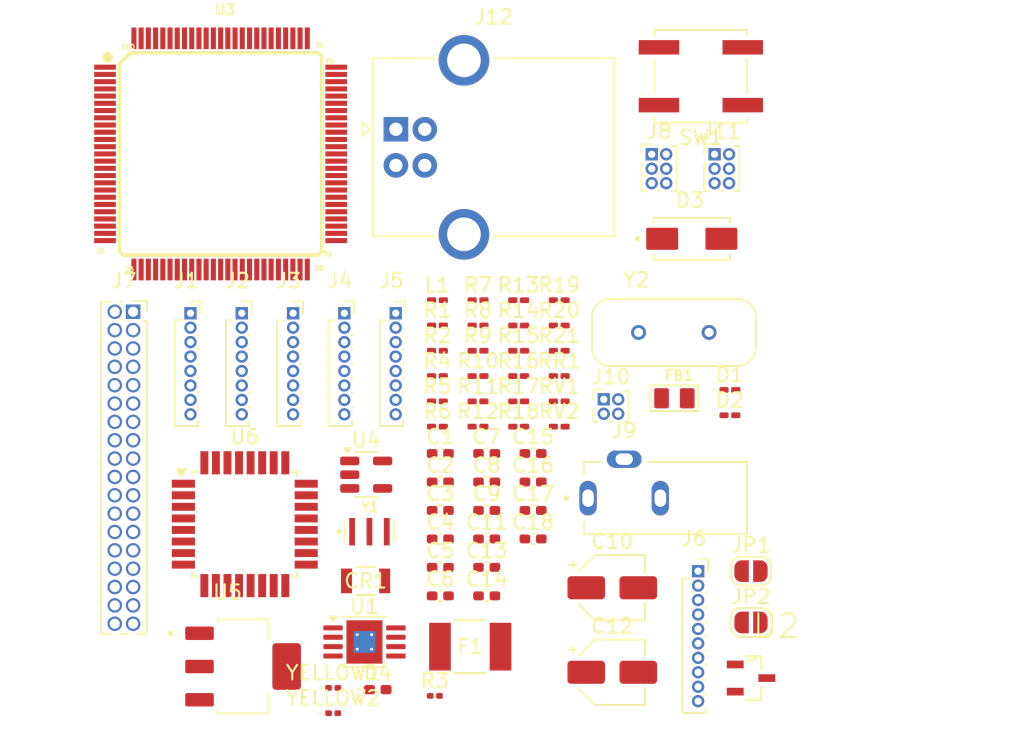
<source format=kicad_pcb>
(kicad_pcb (version 20240108) (generator "pcbnew") (generator_version "8.0")
  (layers (0 "F.Cu" signal) (31 "B.Cu" signal) (34 "B.Paste" user) (35 "F.Paste" user) (36 "B.SilkS" user "B.Silkscreen") (37 "F.SilkS" user "F.Silkscreen") (38 "B.Mask" user) (39 "F.Mask" user) (44 "Edge.Cuts" user))
  (net 0 "")
  (net 1 "/AVCC")
  (net 2 "/AREF")
  (net 3 "/ADC15")
  (net 4 "/ADC10")
  (net 5 "/ADC13")
  (net 6 "/ADC8")
  (net 7 "/ADC14")
  (net 8 "/ADC11")
  (net 9 "/ADC12")
  (net 10 "/ADC9")
  (net 11 "/RXD1")
  (net 12 "/TXD3")
  (net 13 "/TXD1")
  (net 14 "/RXD2")
  (net 15 "/RXD3")
  (net 16 "/TXD2")
  (net 17 "/PE4")
  (net 18 "/PH4")
  (net 19 "/PE3")
  (net 20 "/PH3")
  (net 21 "/ADC5")
  (net 22 "/ADC6")
  (net 23 "/ADC4")
  (net 24 "/ADC1")
  (net 25 "/ADC2")
  (net 26 "/ADC7")
  (net 27 "/ADC3")
  (net 28 "/ADC0")
  (net 29 "/PH5")
  (net 30 "/PH6")
  (net 31 "/PB5")
  (net 32 "/PB4")
  (net 33 "/PB7")
  (net 34 "/PB6")
  (net 35 "/XTAL1")
  (net 36 "/XTAL2")
  (net 37 "/PA3")
  (net 38 "/PC2")
  (net 39 "/PL2")
  (net 40 "/PL3")
  (net 41 "/PC1")
  (net 42 "/PB3")
  (net 43 "/PL5")
  (net 44 "/PL4")
  (net 45 "/PG1")
  (net 46 "/PA0")
  (net 47 "/PL6")
  (net 48 "/PL1")
  (net 49 "/PB2")
  (net 50 "/PB0")
  (net 51 "/PC0")
  (net 52 "/PC6")
  (net 53 "/PD7")
  (net 54 "/PG0")
  (net 55 "/PA4")
  (net 56 "/PA7")
  (net 57 "/PB1")
  (net 58 "/PA2")
  (net 59 "/PA5")
  (net 60 "/PC5")
  (net 61 "/PC4")
  (net 62 "/PL7")
  (net 63 "/PC7")
  (net 64 "/PC3")
  (net 65 "/PA6")
  (net 66 "/PL0")
  (net 67 "/PG2")
  (net 68 "/PA1")
  (net 69 "+5V")
  (net 70 "Net-(U3-VCC)")
  (net 71 "+3V3")
  (net 73 "/GATE_CMD")
  (net 74 "/USBVCC")
  (net 92 "Net-(U5-VIN)")
  (net 93 "Net-(D3-PadC)")
  (net 94 "Net-(U6-UCAP)")
  (net 95 "/MISO2")
  (net 96 "/XVCC")
  (net 97 "/USHIELD")
  (net 98 "/8PB6")
  (net 99 "/8PB5")
  (net 100 "/8PB7")
  (net 101 "/8PB4")
  (net 102 "/MOSI2")
  (net 103 "/SCK2")
  (net 104 "/D-")
  (net 105 "/D+")
  (net 106 "/RD-")
  (net 107 "/RD+")
  (net 115 "/TXL")
  (net 117 "/RXL")
  (footprint "Connector_PinSocket_1.00mm:PinSocket_1x08_P1.00mm_Vertical" (layer "F.Cu") (at 122.3364 67.3702)
    (property "Reference" "J4" (at -0.29 -2.25 0) (layer "F.SilkS"))
    (property "Value" "Conn_01x08")
    (pad "1" thru_hole rect (at 0 0) (size 0.85 0.85) (drill 0.5) (layers "*.Cu" "*.Mask") (net 69 "+5V"))
    (pad "2" thru_hole oval (at 0 1) (size 0.85 0.85) (drill 0.5) (layers "*.Cu" "*.Mask") (net 69 "+5V"))
    (pad "3" thru_hole oval (at 0 2) (size 0.85 0.85) (drill 0.5) (layers "*.Cu" "*.Mask") (net 17 "/PE4"))
    (pad "4" thru_hole oval (at 0 3) (size 0.85 0.85) (drill 0.5) (layers "*.Cu" "*.Mask") (net 17 "/PE4"))
    (pad "5" thru_hole oval (at 0 4) (size 0.85 0.85) (drill 0.5) (layers "*.Cu" "*.Mask") (net 17 "/PE4"))
    (pad "6" thru_hole oval (at 0 5) (size 0.85 0.85) (drill 0.5) (layers "*.Cu" "*.Mask") (net 19 "/PE3"))
    (pad "7" thru_hole oval (at 0 6) (size 0.85 0.85) (drill 0.5) (layers "*.Cu" "*.Mask") (net 20 "/PH3"))
    (pad "8" thru_hole oval (at 0 7) (size 0.85 0.85) (drill 0.5) (layers "*.Cu" "*.Mask") (net 18 "/PH4"))
  )
  (footprint "Resistor_SMD:R_0201_0603Metric_Pad0.64x0.40mm_HandSolder" (layer "F.Cu") (at 137.2064 75.2202)
    (property "Reference" "RV2" (at 0 -1.05 0) (layer "F.SilkS"))
    (property "Value" "Varistor")
    (pad "1" smd roundrect (at -0.4075 0) (size 0.635 0.4) (layers "F.Cu" "F.Mask") (net 104 "/D-"))
    (pad "2" smd roundrect (at 0.4075 0) (size 0.635 0.4) (layers "F.Cu" "F.Mask") (net 97 "/USHIELD"))
  )
  (footprint "PMV48XP:SOT95P230X110-3N" (layer "F.Cu") (at 150.4778 92.62)
    (property "Reference" "U2" (at 1.755395 -3.587085 0) (layer "F.SilkS") (effects (font (size 1.642606 1.642606))))
    (property "Value" "PMV48XP")
    (pad "1" smd rect (at -1.0922 -0.9398) (size 1.1684 0.5334) (layers "F.Cu" "F.Paste" "F.Mask") (net 73 "/GATE_CMD"))
    (pad "2" smd rect (at -1.0922 0.9398) (size 1.1684 0.5334) (layers "F.Cu" "F.Paste" "F.Mask") (net 69 "+5V"))
    (pad "3" smd rect (at 1.0922 0) (size 1.1684 0.5334) (layers "F.Cu" "F.Paste" "F.Mask") (net 74 "/USBVCC"))
  )
  (footprint "Resistor_SMD:R_0201_0603Metric_Pad0.64x0.40mm_HandSolder" (layer "F.Cu") (at 134.3964 73.4702)
    (property "Reference" "R17" (at 0 -1.05 0) (layer "F.SilkS"))
    (property "Value" "1K")
    (pad "1" smd roundrect (at -0.4075 0) (size 0.635 0.4) (layers "F.Cu" "F.Mask") (net 69 "+5V"))
    (pad "2" smd roundrect (at 0.4075 0) (size 0.635 0.4) (layers "F.Cu" "F.Mask") (net 69 "+5V"))
  )
  (footprint "LD1117S50CTR:SOT230P700X180-4N" (layer "F.Cu") (at 115.3264 91.8202)
    (property "Reference" "U5" (at -1.08 -5.135 0) (layer "F.SilkS"))
    (property "Value" "LD1117S50CTR")
    (pad "1" smd roundrect (at -3.015 -2.3) (size 1.98 0.93) (layers "F.Cu" "F.Paste" "F.Mask") (roundrect_rratio 0.125) (net 69 "+5V"))
    (pad "2" smd roundrect (at -3.015 0) (size 1.98 0.93) (layers "F.Cu" "F.Paste" "F.Mask") (roundrect_rratio 0.125) (net 69 "+5V"))
    (pad "3" smd roundrect (at -3.015 2.3) (size 1.98 0.93) (layers "F.Cu" "F.Paste" "F.Mask") (roundrect_rratio 0.125) (net 92 "Net-(U5-VIN)"))
    (pad "4" smd roundrect (at 3.015 0) (size 1.98 3.23) (layers "F.Cu" "F.Paste" "F.Mask") (roundrect_rratio 0.125) (net 69 "+5V"))
  )
  (footprint "Capacitor_SMD:C_0402_1005Metric_Pad0.74x0.62mm_HandSolder" (layer "F.Cu") (at 132.1864 81.0202)
    (property "Reference" "C9" (at 0 -1.16 0) (layer "F.SilkS"))
    (property "Value" "22pF")
    (pad "1" smd roundrect (at -0.5675 0) (size 0.735 0.62) (layers "F.Cu" "F.Paste" "F.Mask") (net 69 "+5V"))
    (pad "2" smd roundrect (at 0.5675 0) (size 0.735 0.62) (layers "F.Cu" "F.Paste" "F.Mask") (net 69 "+5V"))
  )
  (footprint "LED_SMD:LED_0201_0603Metric" (layer "F.Cu") (at 121.5614 93.3002)
    (property "Reference" "YELLOW1" (at 0 -1.05 0) (layer "F.SilkS"))
    (property "Value" "LED")
    (pad "1" smd roundrect (at -0.32 0) (size 0.46 0.4) (layers "F.Cu" "F.Mask") (net 115 "/TXL"))
    (pad "2" smd roundrect (at 0.32 0) (size 0.46 0.4) (layers "F.Cu" "F.Mask") (net 69 "+5V"))
  )
  (footprint "Package_QFP:TQFP-32_7x7mm_P0.8mm" (layer "F.Cu") (at 115.4464 81.9702)
    (property "Reference" "U6" (at 0 -6.05 0) (layer "F.SilkS"))
    (property "Value" "ATmega16U2-A")
    (pad "1" smd rect (at -4.25 -2.8) (size 1.6 0.55) (layers "F.Cu" "F.Paste" "F.Mask") (net 69 "+5V"))
    (pad "2" smd rect (at -4.25 -2) (size 1.6 0.55) (layers "F.Cu" "F.Paste" "F.Mask") (net 69 "+5V"))
    (pad "3" smd rect (at -4.25 -1.2) (size 1.6 0.55) (layers "F.Cu" "F.Paste" "F.Mask") (net 69 "+5V"))
    (pad "4" smd rect (at -4.25 -0.4) (size 1.6 0.55) (layers "F.Cu" "F.Paste" "F.Mask") (net 69 "+5V"))
    (pad "5" smd rect (at -4.25 0.4) (size 1.6 0.55) (layers "F.Cu" "F.Paste" "F.Mask"))
    (pad "6" smd rect (at -4.25 1.2) (size 1.6 0.55) (layers "F.Cu" "F.Paste" "F.Mask"))
    (pad "7" smd rect (at -4.25 2) (size 1.6 0.55) (layers "F.Cu" "F.Paste" "F.Mask"))
    (pad "8" smd rect (at -4.25 2.8) (size 1.6 0.55) (layers "F.Cu" "F.Paste" "F.Mask") (net 69 "+5V"))
    (pad "9" smd rect (at -2.8 4.25 90) (size 1.6 0.55) (layers "F.Cu" "F.Paste" "F.Mask") (net 69 "+5V"))
    (pad "10" smd rect (at -2 4.25 90) (size 1.6 0.55) (layers "F.Cu" "F.Paste" "F.Mask") (net 117 "/RXL"))
    (pad "11" smd rect (at -1.2 4.25 90) (size 1.6 0.55) (layers "F.Cu" "F.Paste" "F.Mask") (net 115 "/TXL"))
    (pad "12" smd rect (at -0.4 4.25 90) (size 1.6 0.55) (layers "F.Cu" "F.Paste" "F.Mask"))
    (pad "13" smd rect (at 0.4 4.25 90) (size 1.6 0.55) (layers "F.Cu" "F.Paste" "F.Mask") (net 69 "+5V"))
    (pad "14" smd rect (at 1.2 4.25 90) (size 1.6 0.55) (layers "F.Cu" "F.Paste" "F.Mask"))
    (pad "15" smd rect (at 2 4.25 90) (size 1.6 0.55) (layers "F.Cu" "F.Paste" "F.Mask") (net 103 "/SCK2"))
    (pad "16" smd rect (at 2.8 4.25 90) (size 1.6 0.55) (layers "F.Cu" "F.Paste" "F.Mask") (net 102 "/MOSI2"))
    (pad "17" smd rect (at 4.25 2.8) (size 1.6 0.55) (layers "F.Cu" "F.Paste" "F.Mask") (net 95 "/MISO2"))
    (pad "18" smd rect (at 4.25 2) (size 1.6 0.55) (layers "F.Cu" "F.Paste" "F.Mask") (net 101 "/8PB4"))
    (pad "19" smd rect (at 4.25 1.2) (size 1.6 0.55) (layers "F.Cu" "F.Paste" "F.Mask") (net 99 "/8PB5"))
    (pad "20" smd rect (at 4.25 0.4) (size 1.6 0.55) (layers "F.Cu" "F.Paste" "F.Mask") (net 98 "/8PB6"))
    (pad "21" smd rect (at 4.25 -0.4) (size 1.6 0.55) (layers "F.Cu" "F.Paste" "F.Mask") (net 100 "/8PB7"))
    (pad "22" smd rect (at 4.25 -1.2) (size 1.6 0.55) (layers "F.Cu" "F.Paste" "F.Mask"))
    (pad "23" smd rect (at 4.25 -2) (size 1.6 0.55) (layers "F.Cu" "F.Paste" "F.Mask"))
    (pad "24" smd rect (at 4.25 -2.8) (size 1.6 0.55) (layers "F.Cu" "F.Paste" "F.Mask") (net 95 "/MISO2"))
    (pad "25" smd rect (at 2.8 -4.25 90) (size 1.6 0.55) (layers "F.Cu" "F.Paste" "F.Mask"))
    (pad "26" smd rect (at 2 -4.25 90) (size 1.6 0.55) (layers "F.Cu" "F.Paste" "F.Mask"))
    (pad "27" smd rect (at 1.2 -4.25 90) (size 1.6 0.55) (layers "F.Cu" "F.Paste" "F.Mask") (net 94 "Net-(U6-UCAP)"))
    (pad "28" smd rect (at 0.4 -4.25 90) (size 1.6 0.55) (layers "F.Cu" "F.Paste" "F.Mask") (net 69 "+5V"))
    (pad "29" smd rect (at -0.4 -4.25 90) (size 1.6 0.55) (layers "F.Cu" "F.Paste" "F.Mask") (net 107 "/RD+"))
    (pad "30" smd rect (at -1.2 -4.25 90) (size 1.6 0.55) (layers "F.Cu" "F.Paste" "F.Mask") (net 106 "/RD-"))
    (pad "31" smd rect (at -2 -4.25 90) (size 1.6 0.55) (layers "F.Cu" "F.Paste" "F.Mask") (net 74 "/USBVCC"))
    (pad "32" smd rect (at -2.8 -4.25 90) (size 1.6 0.55) (layers "F.Cu" "F.Paste" "F.Mask") (net 69 "+5V"))
  )
  (footprint "Capacitor_SMD:C_0402_1005Metric_Pad0.74x0.62mm_HandSolder" (layer "F.Cu") (at 128.9764 79.0502)
    (property "Reference" "C2" (at 0 -1.16 0) (layer "F.SilkS"))
    (property "Value" "100nF")
    (pad "1" smd roundrect (at -0.5675 0) (size 0.735 0.62) (layers "F.Cu" "F.Paste" "F.Mask") (net 69 "+5V"))
    (pad "2" smd roundrect (at 0.5675 0) (size 0.735 0.62) (layers "F.Cu" "F.Paste" "F.Mask") (net 69 "+5V"))
  )
  (footprint "CSTCE16M9V53_R0:OSC_CSTCE16M9V53-R0" (layer "F.Cu") (at 124.0714 82.4902)
    (property "Reference" "Y1" (at 0.032 -1.7064 0) (layer "F.SilkS") (effects (font (size 0.64 0.64))))
    (property "Value" "CSTCE16M9V53-R0")
    (pad "1" smd rect (at -1.2 0) (size 0.4 1.9) (layers "F.Cu" "F.Paste" "F.Mask") (net 36 "/XTAL2"))
    (pad "2" smd rect (at 0 0) (size 0.4 1.9) (layers "F.Cu" "F.Paste" "F.Mask") (net 69 "+5V"))
    (pad "3" smd rect (at 1.2 0) (size 0.4 1.9) (layers "F.Cu" "F.Paste" "F.Mask") (net 35 "/XTAL1"))
  )
  (footprint "Resistor_SMD:R_0201_0603Metric_Pad0.64x0.40mm_HandSolder" (layer "F.Cu") (at 137.2064 73.4702)
    (property "Reference" "RV1" (at 0 -1.05 0) (layer "F.SilkS"))
    (property "Value" "Varistor")
    (pad "1" smd roundrect (at -0.4075 0) (size 0.635 0.4) (layers "F.Cu" "F.Mask") (net 105 "/D+"))
    (pad "2" smd roundrect (at 0.4075 0) (size 0.635 0.4) (layers "F.Cu" "F.Mask") (net 97 "/USHIELD"))
  )
  (footprint "Connector_PinSocket_1.00mm:PinSocket_1x08_P1.00mm_Vertical" (layer "F.Cu") (at 118.7864 67.3702)
    (property "Reference" "J3" (at -0.29 -2.25 0) (layer "F.SilkS"))
    (property "Value" "Conn_01x08")
    (pad "1" thru_hole rect (at 0 0) (size 0.85 0.85) (drill 0.5) (layers "*.Cu" "*.Mask") (net 69 "+5V"))
    (pad "2" thru_hole oval (at 0 1) (size 0.85 0.85) (drill 0.5) (layers "*.Cu" "*.Mask") (net 69 "+5V"))
    (pad "3" thru_hole oval (at 0 2) (size 0.85 0.85) (drill 0.5) (layers "*.Cu" "*.Mask") (net 11 "/RXD1"))
    (pad "4" thru_hole oval (at 0 3) (size 0.85 0.85) (drill 0.5) (layers "*.Cu" "*.Mask") (net 13 "/TXD1"))
    (pad "5" thru_hole oval (at 0 4) (size 0.85 0.85) (drill 0.5) (layers "*.Cu" "*.Mask") (net 14 "/RXD2"))
    (pad "6" thru_hole oval (at 0 5) (size 0.85 0.85) (drill 0.5) (layers "*.Cu" "*.Mask") (net 16 "/TXD2"))
    (pad "7" thru_hole oval (at 0 6) (size 0.85 0.85) (drill 0.5) (layers "*.Cu" "*.Mask") (net 15 "/RXD3"))
    (pad "8" thru_hole oval (at 0 7) (size 0.85 0.85) (drill 0.5) (layers "*.Cu" "*.Mask") (net 12 "/TXD3"))
  )
  (footprint "Package_SO:MSOP-8-1EP_3x3mm_P0.65mm_EP2.5x3mm_Mask1.73x2.36mm_ThermalVias" (layer "F.Cu") (at 123.7264 90.1202)
    (property "Reference" "U1" (at 0 -2.45 0) (layer "F.SilkS"))
    (property "Value" "LMV358")
    (pad "1" smd roundrect (at -2.175 -0.975) (size 1.35 0.35) (layers "F.Cu" "F.Paste" "F.Mask") (net 69 "+5V"))
    (pad "2" smd roundrect (at -2.175 -0.325) (size 1.35 0.35) (layers "F.Cu" "F.Paste" "F.Mask") (net 69 "+5V"))
    (pad "3" smd roundrect (at -2.175 0.325) (size 1.35 0.35) (layers "F.Cu" "F.Paste" "F.Mask") (net 33 "/PB7"))
    (pad "4" smd roundrect (at -2.175 0.975) (size 1.35 0.35) (layers "F.Cu" "F.Paste" "F.Mask"))
    (pad "5" smd roundrect (at 2.175 0.975) (size 1.35 0.35) (layers "F.Cu" "F.Paste" "F.Mask") (net 69 "+5V"))
    (pad "6" smd roundrect (at 2.175 0.325) (size 1.35 0.35) (layers "F.Cu" "F.Paste" "F.Mask") (net 71 "+3V3"))
    (pad "7" smd roundrect (at 2.175 -0.325) (size 1.35 0.35) (layers "F.Cu" "F.Paste" "F.Mask") (net 73 "/GATE_CMD"))
    (pad "8" smd roundrect (at 2.175 -0.975) (size 1.35 0.35) (layers "F.Cu" "F.Paste" "F.Mask"))
    (pad "9" thru_hole circle (at -0.5 -0.5) (size 0.5 0.5) (drill 0.2) (property pad_prop_heatsink) (layers "*.Cu"))
    (pad "9" thru_hole circle (at -0.5 0.5) (size 0.5 0.5) (drill 0.2) (property pad_prop_heatsink) (layers "*.Cu"))
    (pad "9" smd rect (at 0 0) (size 1.5 1.5) (property pad_prop_heatsink) (layers "B.Cu"))
    (pad "9" smd rect (at 0 0) (size 2.5 3) (property pad_prop_heatsink) (layers "F.Cu"))
    (pad "9" thru_hole circle (at 0.5 -0.5) (size 0.5 0.5) (drill 0.2) (property pad_prop_heatsink) (layers "*.Cu"))
    (pad "9" thru_hole circle (at 0.5 0.5) (size 0.5 0.5) (drill 0.2) (property pad_prop_heatsink) (layers "*.Cu"))
  )
  (footprint "Capacitor_SMD:C_0402_1005Metric_Pad0.74x0.62mm_HandSolder" (layer "F.Cu") (at 135.3964 79.0502)
    (property "Reference" "C16" (at 0 -1.16 0) (layer "F.SilkS"))
    (property "Value" "100nF")
    (pad "1" smd roundrect (at -0.5675 0) (size 0.735 0.62) (layers "F.Cu" "F.Paste" "F.Mask") (net 74 "/USBVCC"))
    (pad "2" smd roundrect (at 0.5675 0) (size 0.735 0.62) (layers "F.Cu" "F.Paste" "F.Mask") (net 69 "+5V"))
  )
  (footprint "Connector_PinSocket_1.00mm:PinSocket_1x08_P1.00mm_Vertical" (layer "F.Cu") (at 125.8864 67.3702)
    (property "Reference" "J5" (at -0.29 -2.25 0) (layer "F.SilkS"))
    (property "Value" "Conn_01x08")
    (pad "1" thru_hole rect (at 0 0) (size 0.85 0.85) (drill 0.5) (layers "*.Cu" "*.Mask") (net 28 "/ADC0"))
    (pad "2" thru_hole oval (at 0 1) (size 0.85 0.85) (drill 0.5) (layers "*.Cu" "*.Mask") (net 24 "/ADC1"))
    (pad "3" thru_hole oval (at 0 2) (size 0.85 0.85) (drill 0.5) (layers "*.Cu" "*.Mask") (net 25 "/ADC2"))
    (pad "4" thru_hole oval (at 0 3) (size 0.85 0.85) (drill 0.5) (layers "*.Cu" "*.Mask") (net 27 "/ADC3"))
    (pad "5" thru_hole oval (at 0 4) (size 0.85 0.85) (drill 0.5) (layers "*.Cu" "*.Mask") (net 23 "/ADC4"))
    (pad "6" thru_hole oval (at 0 5) (size 0.85 0.85) (drill 0.5) (layers "*.Cu" "*.Mask") (net 21 "/ADC5"))
    (pad "7" thru_hole oval (at 0 6) (size 0.85 0.85) (drill 0.5) (layers "*.Cu" "*.Mask") (net 22 "/ADC6"))
    (pad "8" thru_hole oval (at 0 7) (size 0.85 0.85) (drill 0.5) (layers "*.Cu" "*.Mask") (net 26 "/ADC7"))
  )
  (footprint "Resistor_SMD:R_0201_0603Metric_Pad0.64x0.40mm_HandSolder" (layer "F.Cu") (at 128.7764 71.7202)
    (property "Reference" "R4" (at 0 -1.05 0) (layer "F.SilkS"))
    (property "Value" "22R")
    (pad "1" smd roundrect (at -0.4075 0) (size 0.635 0.4) (layers "F.Cu" "F.Mask") (net 69 "+5V"))
    (pad "2" smd roundrect (at 0.4075 0) (size 0.635 0.4) (layers "F.Cu" "F.Mask") (net 69 "+5V"))
  )
  (footprint "Resistor_SMD:R_0201_0603Metric_Pad0.64x0.40mm_HandSolder" (layer "F.Cu") (at 137.2064 66.4702)
    (property "Reference" "R19" (at 0 -1.05 0) (layer "F.SilkS"))
    (property "Value" "1K")
    (pad "1" smd roundrect (at -0.4075 0) (size 0.635 0.4) (layers "F.Cu" "F.Mask") (net 69 "+5V"))
    (pad "2" smd roundrect (at 0.4075 0) (size 0.635 0.4) (layers "F.Cu" "F.Mask") (net 69 "+5V"))
  )
  (footprint "Resistor_SMD:R_0201_0603Metric_Pad0.64x0.40mm_HandSolder" (layer "F.Cu") (at 134.3964 69.9702)
    (property "Reference" "R15" (at 0 -1.05 0) (layer "F.SilkS"))
    (property "Value" "1K")
    (pad "1" smd roundrect (at -0.4075 0) (size 0.635 0.4) (layers "F.Cu" "F.Mask") (net 69 "+5V"))
    (pad "2" smd roundrect (at 0.4075 0) (size 0.635 0.4) (layers "F.Cu" "F.Mask") (net 69 "+5V"))
  )
  (footprint "Connector_USB:USB_B_OST_USB-B1HSxx_Horizontal" (layer "F.Cu") (at 125.9014 54.6402)
    (property "Reference" "J12" (at 6.76 -7.77 0) (layer "F.SilkS"))
    (property "Value" "USB_B")
    (pad "1" thru_hole rect (at 0 0) (size 1.7 1.7) (drill 0.92) (layers "*.Cu" "*.Mask") (net 96 "/XVCC"))
    (pad "2" thru_hole circle (at 0 2.5) (size 1.7 1.7) (drill 0.92) (layers "*.Cu" "*.Mask") (net 104 "/D-"))
    (pad "3" thru_hole circle (at 2 2.5) (size 1.7 1.7) (drill 0.92) (layers "*.Cu" "*.Mask") (net 105 "/D+"))
    (pad "4" thru_hole circle (at 2 0) (size 1.7 1.7) (drill 0.92) (layers "*.Cu" "*.Mask") (net 69 "+5V"))
    (pad "5" thru_hole circle (at 4.71 -4.77) (size 3.5 3.5) (drill 2.33) (layers "*.Cu" "*.Mask") (net 97 "/USHIELD"))
    (pad "5" thru_hole circle (at 4.71 7.27) (size 3.5 3.5) (drill 2.33) (layers "*.Cu" "*.Mask") (net 97 "/USHIELD"))
  )
  (footprint "LED_SMD:LED_0201_0603Metric_Pad0.64x0.40mm_HandSolder" (layer "F.Cu") (at 149.0164 74.4302)
    (property "Reference" "D2" (at 0 -1.05 0) (layer "F.SilkS"))
    (property "Value" "LED")
    (pad "1" smd roundrect (at -0.4075 0) (size 0.635 0.4) (layers "F.Cu" "F.Mask") (net 69 "+5V"))
    (pad "2" smd roundrect (at 0.4075 0) (size 0.635 0.4) (layers "F.Cu" "F.Mask") (net 69 "+5V"))
  )
  (footprint "Connector_PinSocket_1.00mm:PinSocket_1x08_P1.00mm_Vertical" (layer "F.Cu") (at 111.6864 67.3702)
    (property "Reference" "J1" (at -0.29 -2.25 0) (layer "F.SilkS"))
    (property "Value" "Conn_01x08")
    (pad "1" thru_hole rect (at 0 0) (size 0.85 0.85) (drill 0.5) (layers "*.Cu" "*.Mask"))
    (pad "2" thru_hole oval (at 0 1) (size 0.85 0.85) (drill 0.5) (layers "*.Cu" "*.Mask") (net 69 "+5V"))
    (pad "3" thru_hole oval (at 0 2) (size 0.85 0.85) (drill 0.5) (layers "*.Cu" "*.Mask") (net 69 "+5V"))
    (pad "4" thru_hole oval (at 0 3) (size 0.85 0.85) (drill 0.5) (layers "*.Cu" "*.Mask") (net 71 "+3V3"))
    (pad "5" thru_hole oval (at 0 4) (size 0.85 0.85) (drill 0.5) (layers "*.Cu" "*.Mask") (net 69 "+5V"))
    (pad "6" thru_hole oval (at 0 5) (size 0.85 0.85) (drill 0.5) (layers "*.Cu" "*.Mask") (net 69 "+5V"))
    (pad "7" thru_hole oval (at 0 6) (size 0.85 0.85) (drill 0.5) (layers "*.Cu" "*.Mask") (net 69 "+5V"))
    (pad "8" thru_hole oval (at 0 7) (size 0.85 0.85) (drill 0.5) (layers "*.Cu" "*.Mask") (net 69 "+5V"))
  )
  (footprint "Resistor_SMD:R_0201_0603Metric_Pad0.64x0.40mm_HandSolder" (layer "F.Cu") (at 131.5864 75.2202)
    (property "Reference" "R12" (at 0 -1.05 0) (layer "F.SilkS"))
    (property "Value" "10K")
    (pad "1" smd roundrect (at -0.4075 0) (size 0.635 0.4) (layers "F.Cu" "F.Mask") (net 69 "+5V"))
    (pad "2" smd roundrect (at 0.4075 0) (size 0.635 0.4) (layers "F.Cu" "F.Mask") (net 69 "+5V"))
  )
  (footprint "SMD-FERRITE-BEAD-30R-3A_0805_:L0805" (layer "F.Cu") (at 145.1759 73.2577)
    (property "Reference" "FB1" (at 0.317765 -1.588793 0) (layer "F.SilkS") (effects (font (size 0.700572 0.700572))))
    (property "Value" "SMD-FERRITE-BEAD-30R-3A_0805_")
    (property "VALUE" "30R 3A" (hide yes))
    (pad "1" smd roundrect (at -0.889 0) (size 1.016 1.397) (layers "F.Cu" "F.Paste" "F.Mask") (roundrect_rratio 0.125) (net 69 "+5V"))
    (pad "2" smd roundrect (at 0.889 0) (size 1.016 1.397) (layers "F.Cu" "F.Paste" "F.Mask") (roundrect_rratio 0.125) (net 97 "/USHIELD"))
  )
  (footprint "MCU-ATMEGA2560-16AU_TQFP100:TQFP100-0.5-14X14MM" (layer "F.Cu") (at 113.7714 56.3452)
    (property "Reference" "U3" (at 0.317755 -9.977695 0) (layer "F.SilkS") (effects (font (size 0.700575 0.700575))))
    (property "Value" "MCU-ATMEGA2560-16AU_TQFP100_")
    (fp_text user "76" (at 6.80988 -7.51089 0) (layer "F.SilkS") (effects (font (size 0.320465 0.320465))))
    (fp_text user "25" (at -8.30816 6.70659 0) (layer "F.SilkS") (effects (font (size 0.320315 0.320315))))
    (fp_text user "51" (at 7.41384 6.91291 0) (layer "F.SilkS") (effects (font (size 0.320598 0.320598))))
    (fp_text user "75" (at 7.50371 -6.40317 0) (layer "F.SilkS") (effects (font (size 0.320158 0.320158))))
    (fp_text user "100" (at -6.40438 -7.40507 0) (layer "F.SilkS") (effects (font (size 0.320219 0.320219))))
    (fp_text user "26" (at -6.30132 8.00167 0) (layer "F.SilkS") (effects (font (size 0.320067 0.320067))))
    (fp_text user "50" (at 6.8101 7.91174 0) (layer "F.SilkS") (effects (font (size 0.320476 0.320476))))
    (pad "1" smd rect (at -8 -6) (size 1.5 0.35) (layers "F.Cu" "F.Paste" "F.Mask") (net 17 "/PE4"))
    (pad "2" smd rect (at -8 -5.5) (size 1.5 0.35) (layers "F.Cu" "F.Paste" "F.Mask") (net 69 "+5V"))
    (pad "3" smd rect (at -8 -5) (size 1.5 0.35) (layers "F.Cu" "F.Paste" "F.Mask") (net 69 "+5V"))
    (pad "4" smd rect (at -8 -4.5) (size 1.5 0.35) (layers "F.Cu" "F.Paste" "F.Mask"))
    (pad "5" smd rect (at -8 -4) (size 1.5 0.35) (layers "F.Cu" "F.Paste" "F.Mask") (net 19 "/PE3"))
    (pad "6" smd rect (at -8 -3.5) (size 1.5 0.35) (layers "F.Cu" "F.Paste" "F.Mask") (net 17 "/PE4"))
    (pad "7" smd rect (at -8 -3) (size 1.5 0.35) (layers "F.Cu" "F.Paste" "F.Mask") (net 17 "/PE4"))
    (pad "8" smd rect (at -8 -2.5) (size 1.5 0.35) (layers "F.Cu" "F.Paste" "F.Mask"))
    (pad "9" smd rect (at -8 -2) (size 1.5 0.35) (layers "F.Cu" "F.Paste" "F.Mask"))
    (pad "10" smd rect (at -8 -1.5) (size 1.5 0.35) (layers "F.Cu" "F.Paste" "F.Mask") (net 70 "Net-(U3-VCC)"))
    (pad "11" smd rect (at -8 -1) (size 1.5 0.35) (layers "F.Cu" "F.Paste" "F.Mask") (net 69 "+5V"))
    (pad "12" smd rect (at -8 -0.5) (size 1.5 0.35) (layers "F.Cu" "F.Paste" "F.Mask") (net 14 "/RXD2"))
    (pad "13" smd rect (at -8 0) (size 1.5 0.35) (layers "F.Cu" "F.Paste" "F.Mask") (net 16 "/TXD2"))
    (pad "14" smd rect (at -8 0.5) (size 1.5 0.35) (layers "F.Cu" "F.Paste" "F.Mask"))
    (pad "15" smd rect (at -8 1) (size 1.5 0.35) (layers "F.Cu" "F.Paste" "F.Mask") (net 20 "/PH3"))
    (pad "16" smd rect (at -8 1.5) (size 1.5 0.35) (layers "F.Cu" "F.Paste" "F.Mask") (net 18 "/PH4"))
    (pad "17" smd rect (at -8 2) (size 1.5 0.35) (layers "F.Cu" "F.Paste" "F.Mask") (net 29 "/PH5"))
    (pad "18" smd rect (at -8 2.5) (size 1.5 0.35) (layers "F.Cu" "F.Paste" "F.Mask") (net 30 "/PH6"))
    (pad "19" smd rect (at -8 3) (size 1.5 0.35) (layers "F.Cu" "F.Paste" "F.Mask") (net 50 "/PB0"))
    (pad "20" smd rect (at -8 3.5) (size 1.5 0.35) (layers "F.Cu" "F.Paste" "F.Mask") (net 57 "/PB1"))
    (pad "21" smd rect (at -8 4) (size 1.5 0.35) (layers "F.Cu" "F.Paste" "F.Mask") (net 49 "/PB2"))
    (pad "22" smd rect (at -8 4.5) (size 1.5 0.35) (layers "F.Cu" "F.Paste" "F.Mask") (net 42 "/PB3"))
    (pad "23" smd rect (at -8 5) (size 1.5 0.35) (layers "F.Cu" "F.Paste" "F.Mask") (net 32 "/PB4"))
    (pad "24" smd rect (at -8 5.5) (size 1.5 0.35) (layers "F.Cu" "F.Paste" "F.Mask") (net 31 "/PB5"))
    (pad "25" smd rect (at -8 6) (size 1.5 0.35) (layers "F.Cu" "F.Paste" "F.Mask") (net 34 "/PB6"))
    (pad "26" smd rect (at -6 8) (size 0.35 1.5) (layers "F.Cu" "F.Paste" "F.Mask") (net 33 "/PB7"))
    (pad "27" smd rect (at -5.5 8) (size 0.35 1.5) (layers "F.Cu" "F.Paste" "F.Mask"))
    (pad "28" smd rect (at -5 8) (size 0.35 1.5) (layers "F.Cu" "F.Paste" "F.Mask"))
    (pad "29" smd rect (at -4.5 8) (size 0.35 1.5) (layers "F.Cu" "F.Paste" "F.Mask"))
    (pad "30" smd rect (at -4 8) (size 0.35 1.5) (layers "F.Cu" "F.Paste" "F.Mask") (net 69 "+5V"))
    (pad "31" smd rect (at -3.5 8) (size 0.35 1.5) (layers "F.Cu" "F.Paste" "F.Mask") (net 70 "Net-(U3-VCC)"))
    (pad "32" smd rect (at -3 8) (size 0.35 1.5) (layers "F.Cu" "F.Paste" "F.Mask") (net 69 "+5V"))
    (pad "33" smd rect (at -2.5 8) (size 0.35 1.5) (layers "F.Cu" "F.Paste" "F.Mask") (net 36 "/XTAL2"))
    (pad "34" smd rect (at -2 8) (size 0.35 1.5) (layers "F.Cu" "F.Paste" "F.Mask") (net 35 "/XTAL1"))
    (pad "35" smd rect (at -1.5 8) (size 0.35 1.5) (layers "F.Cu" "F.Paste" "F.Mask") (net 66 "/PL0"))
    (pad "36" smd rect (at -1 8) (size 0.35 1.5) (layers "F.Cu" "F.Paste" "F.Mask") (net 48 "/PL1"))
    (pad "37" smd rect (at -0.5 8) (size 0.35 1.5) (layers "F.Cu" "F.Paste" "F.Mask") (net 39 "/PL2"))
    (pad "38" smd rect (at 0 8) (size 0.35 1.5) (layers "F.Cu" "F.Paste" "F.Mask") (net 40 "/PL3"))
    (pad "39" smd rect (at 0.5 8) (size 0.35 1.5) (layers "F.Cu" "F.Paste" "F.Mask") (net 44 "/PL4"))
    (pad "40" smd rect (at 1 8) (size 0.35 1.5) (layers "F.Cu" "F.Paste" "F.Mask") (net 43 "/PL5"))
    (pad "41" smd rect (at 1.5 8) (size 0.35 1.5) (layers "F.Cu" "F.Paste" "F.Mask") (net 47 "/PL6"))
    (pad "42" smd rect (at 2 8) (size 0.35 1.5) (layers "F.Cu" "F.Paste" "F.Mask") (net 62 "/PL7"))
    (pad "43" smd rect (at 2.5 8) (size 0.35 1.5) (layers "F.Cu" "F.Paste" "F.Mask") (net 69 "+5V"))
    (pad "44" smd rect (at 3 8) (size 0.35 1.5) (layers "F.Cu" "F.Paste" "F.Mask") (net 69 "+5V"))
    (pad "45" smd rect (at 3.5 8) (size 0.35 1.5) (layers "F.Cu" "F.Paste" "F.Mask") (net 11 "/RXD1"))
    (pad "46" smd rect (at 4 8) (size 0.35 1.5) (layers "F.Cu" "F.Paste" "F.Mask") (net 13 "/TXD1"))
    (pad "47" smd rect (at 4.5 8) (size 0.35 1.5) (layers "F.Cu" "F.Paste" "F.Mask"))
    (pad "48" smd rect (at 5 8) (size 0.35 1.5) (layers "F.Cu" "F.Paste" "F.Mask"))
    (pad "49" smd rect (at 5.5 8) (size 0.35 1.5) (layers "F.Cu" "F.Paste" "F.Mask"))
    (pad "50" smd rect (at 6 8) (size 0.35 1.5) (layers "F.Cu" "F.Paste" "F.Mask") (net 53 "/PD7"))
    (pad "51" smd rect (at 8 6) (size 1.5 0.35) (layers "F.Cu" "F.Paste" "F.Mask") (net 54 "/PG0"))
    (pad "52" smd rect (at 8 5.5) (size 1.5 0.35) (layers "F.Cu" "F.Paste" "F.Mask") (net 45 "/PG1"))
    (pad "53" smd rect (at 8 5) (size 1.5 0.35) (layers "F.Cu" "F.Paste" "F.Mask") (net 51 "/PC0"))
    (pad "54" smd rect (at 8 4.5) (size 1.5 0.35) (layers "F.Cu" "F.Paste" "F.Mask") (net 41 "/PC1"))
    (pad "55" smd rect (at 8 4) (size 1.5 0.35) (layers "F.Cu" "F.Paste" "F.Mask") (net 38 "/PC2"))
    (pad "56" smd rect (at 8 3.5) (size 1.5 0.35) (layers "F.Cu" "F.Paste" "F.Mask") (net 64 "/PC3"))
    (pad "57" smd rect (at 8 3) (size 1.5 0.35) (layers "F.Cu" "F.Paste" "F.Mask") (net 61 "/PC4"))
    (pad "58" smd rect (at 8 2.5) (size 1.5 0.35) (layers "F.Cu" "F.Paste" "F.Mask") (net 60 "/PC5"))
    (pad "59" smd rect (at 8 2) (size 1.5 0.35) (layers "F.Cu" "F.Paste" "F.Mask") (net 52 "/PC6"))
    (pad "60" smd rect (at 8 1.5) (size 1.5 0.35) (layers "F.Cu" "F.Paste" "F.Mask") (net 63 "/PC7"))
    (pad "61" smd rect (at 8 1) (size 1.5 0.35) (layers "F.Cu" "F.Paste" "F.Mask") (net 70 "Net-(U3-VCC)"))
    (pad "62" smd rect (at 8 0.5) (size 1.5 0.35) (layers "F.Cu" "F.Paste" "F.Mask") (net 69 "+5V"))
    (pad "63" smd rect (at 8 0) (size 1.5 0.35) (layers "F.Cu" "F.Paste" "F.Mask") (net 15 "/RXD3"))
    (pad "64" smd rect (at 8 -0.5) (size 1.5 0.35) (layers "F.Cu" "F.Paste" "F.Mask") (net 12 "/TXD3"))
    (pad "65" smd rect (at 8 -1) (size 1.5 0.35) (layers "F.Cu" "F.Paste" "F.Mask"))
    (pad "66" smd rect (at 8 -1.5) (size 1.5 0.35) (layers "F.Cu" "F.Paste" "F.Mask"))
    (pad "67" smd rect (at 8 -2) (size 1.5 0.35) (layers "F.Cu" "F.Paste" "F.Mask"))
    (pad "68" smd rect (at 8 -2.5) (size 1.5 0.35) (layers "F.Cu" "F.Paste" "F.Mask"))
    (pad "69" smd rect (at 8 -3) (size 1.5 0.35) (layers "F.Cu" "F.Paste" "F.Mask"))
    (pad "70" smd rect (at 8 -3.5) (size 1.5 0.35) (layers "F.Cu" "F.Paste" "F.Mask") (net 67 "/PG2"))
    (pad "71" smd rect (at 8 -4) (size 1.5 0.35) (layers "F.Cu" "F.Paste" "F.Mask") (net 56 "/PA7"))
    (pad "72" smd rect (at 8 -4.5) (size 1.5 0.35) (layers "F.Cu" "F.Paste" "F.Mask") (net 65 "/PA6"))
    (pad "73" smd rect (at 8 -5) (size 1.5 0.35) (layers "F.Cu" "F.Paste" "F.Mask") (net 59 "/PA5"))
    (pad "74" smd rect (at 8 -5.5) (size 1.5 0.35) (layers "F.Cu" "F.Paste" "F.Mask") (net 55 "/PA4"))
    (pad "75" smd rect (at 8 -6) (size 1.5 0.35) (layers "F.Cu" "F.Paste" "F.Mask") (net 37 "/PA3"))
    (pad "76" smd rect (at 6 -8) (size 0.35 1.5) (layers "F.Cu" "F.Paste" "F.Mask") (net 58 "/PA2"))
    (pad "77" smd rect (at 5.5 -8) (size 0.35 1.5) (layers "F.Cu" "F.Paste" "F.Mask") (net 68 "/PA1"))
    (pad "78" smd rect (at 5 -8) (size 0.35 1.5) (layers "F.Cu" "F.Paste" "F.Mask") (net 46 "/PA0"))
    (pad "79" smd rect (at 4.5 -8) (size 0.35 1.5) (layers "F.Cu" "F.Paste" "F.Mask"))
    (pad "80" smd rect (at 4 -8) (size 0.35 1.5) (layers "F.Cu" "F.Paste" "F.Mask") (net 70 "Net-(U3-VCC)"))
    (pad "81" smd rect (at 3.5 -8) (size 0.35 1.5) (layers "F.Cu" "F.Paste" "F.Mask") (net 69 "+5V"))
    (pad "82" smd rect (at 3 -8) (size 0.35 1.5) (layers "F.Cu" "F.Paste" "F.Mask") (net 3 "/ADC15"))
    (pad "83" smd rect (at 2.5 -8) (size 0.35 1.5) (layers "F.Cu" "F.Paste" "F.Mask") (net 7 "/ADC14"))
    (pad "84" smd rect (at 2 -8) (size 0.35 1.5) (layers "F.Cu" "F.Paste" "F.Mask") (net 5 "/ADC13"))
    (pad "85" smd rect (at 1.5 -8) (size 0.35 1.5) (layers "F.Cu" "F.Paste" "F.Mask") (net 9 "/ADC12"))
    (pad "86" smd rect (at 1 -8) (size 0.35 1.5) (layers "F.Cu" "F.Paste" "F.Mask") (net 8 "/ADC11"))
    (pad "87" smd rect (at 0.5 -8) (size 0.35 1.5) (layers "F.Cu" "F.Paste" "F.Mask") (net 4 "/ADC10"))
    (pad "88" smd rect (at 0 -8) (size 0.35 1.5) (layers "F.Cu" "F.Paste" "F.Mask") (net 10 "/ADC9"))
    (pad "89" smd rect (at -0.5 -8) (size 0.35 1.5) (layers "F.Cu" "F.Paste" "F.Mask") (net 6 "/ADC8"))
    (pad "90" smd rect (at -1 -8) (size 0.35 1.5) (layers "F.Cu" "F.Paste" "F.Mask") (net 26 "/ADC7"))
    (pad "91" smd rect (at -1.5 -8) (size 0.35 1.5) (layers "F.Cu" "F.Paste" "F.Mask") (net 22 "/ADC6"))
    (pad "92" smd rect (at -2 -8) (size 0.35 1.5) (layers "F.Cu" "F.Paste" "F.Mask") (net 21 "/ADC5"))
    (pad "93" smd rect (at -2.5 -8) (size 0.35 1.5) (layers "F.Cu" "F.Paste" "F.Mask") (net 23 "/ADC4"))
    (pad "94" smd rect (at -3 -8) (size 0.35 1.5) (layers "F.Cu" "F.Paste" "F.Mask") (net 27 "/ADC3"))
    (pad "95" smd rect (at -3.5 -8) (size 0.35 1.5) (layers "F.Cu" "F.Paste" "F.Mask") (net 25 "/ADC2"))
    (pad "96" smd rect (at -4 -8) (size 0.35 1.5) (layers "F.Cu" "F.Paste" "F.Mask") (net 24 "/ADC1"))
    (pad "97" smd rect (at -4.5 -8) (size 0.35 1.5) (layers "F.Cu" "F.Paste" "F.Mask") (net 28 "/ADC0"))
    (pad "98" smd rect (at -5 -8) (size 0.35 1.5) (layers "F.Cu" "F.Paste" "F.Mask") (net 2 "/AREF"))
    (pad "99" smd rect (at -5.5 -8) (size 0.35 1.5) (layers "F.Cu" "F.Paste" "F.Mask") (net 69 "+5V"))
    (pad "100" smd rect (at -6 -8) (size 0.35 1.5) (layers "F.Cu" "F.Paste" "F.Mask") (net 1 "/AVCC"))
  )
  (footprint "Resistor_SMD:R_0201_0603Metric_Pad0.64x0.40mm_HandSolder" (layer "F.Cu") (at 137.2064 71.7202)
    (property "Reference" "RR1" (at 0 -1.05 0) (layer "F.SilkS"))
    (property "Value" "1M")
    (pad "1" smd roundrect (at -0.4075 0) (size 0.635 0.4) (layers "F.Cu" "F.Mask") (net 69 "+5V"))
    (pad "2" smd roundrect (at 0.4075 0) (size 0.635 0.4) (layers "F.Cu" "F.Mask") (net 69 "+5V"))
  )
  (footprint "Capacitor_SMD:C_0402_1005Metric_Pad0.74x0.62mm_HandSolder" (layer "F.Cu") (at 135.3964 82.9902)
    (property "Reference" "C18" (at 0 -1.16 0) (layer "F.SilkS"))
    (property "Value" "22p")
    (pad "1" smd roundrect (at -0.5675 0) (size 0.735 0.62) (layers "F.Cu" "F.Paste" "F.Mask") (net 69 "+5V"))
    (pad "2" smd roundrect (at 0.5675 0) (size 0.735 0.62) (layers "F.Cu" "F.Paste" "F.Mask") (net 69 "+5V"))
  )
  (footprint "Capacitor_SMD:C_0402_1005Metric_Pad0.74x0.62mm_HandSolder" (layer "F.Cu") (at 135.3964 81.0202)
    (property "Reference" "C17" (at 0 -1.16 0) (layer "F.SilkS"))
    (property "Value" "22p")
    (pad "1" smd roundrect (at -0.5675 0) (size 0.735 0.62) (layers "F.Cu" "F.Paste" "F.Mask") (net 69 "+5V"))
    (pad "2" smd roundrect (at 0.5675 0) (size 0.735 0.62) (layers "F.Cu" "F.Paste" "F.Mask") (net 69 "+5V"))
  )
  (footprint "Connector_PinHeader_1.00mm:PinHeader_2x03_P1.00mm_Vertical" (layer "F.Cu") (at 147.9564 56.3702)
    (property "Reference" "J11" (at 0.5 -1.56 0) (layer "F.SilkS"))
    (property "Value" "Conn_02x03_Odd_Even")
    (pad "1" thru_hole rect (at 0 0) (size 0.85 0.85) (drill 0.5) (layers "*.Cu" "*.Mask") (net 95 "/MISO2"))
    (pad "2" thru_hole oval (at 1 0) (size 0.85 0.85) (drill 0.5) (layers "*.Cu" "*.Mask") (net 69 "+5V"))
    (pad "3" thru_hole oval (at 0 1) (size 0.85 0.85) (drill 0.5) (layers "*.Cu" "*.Mask") (net 103 "/SCK2"))
    (pad "4" thru_hole oval (at 1 1) (size 0.85 0.85) (drill 0.5) (layers "*.Cu" "*.Mask") (net 102 "/MOSI2"))
    (pad "5" thru_hole oval (at 0 2) (size 0.85 0.85) (drill 0.5) (layers "*.Cu" "*.Mask") (net 95 "/MISO2"))
    (pad "6" thru_hole oval (at 1 2) (size 0.85 0.85) (drill 0.5) (layers "*.Cu" "*.Mask") (net 69 "+5V"))
  )
  (footprint "Resistor_SMD:R_0201_0603Metric_Pad0.64x0.40mm_HandSolder" (layer "F.Cu") (at 128.7764 73.4702)
    (property "Reference" "R5" (at 0 -1.05 0) (layer "F.SilkS"))
    (property "Value" "22R")
    (pad "1" smd roundrect (at -0.4075 0) (size 0.635 0.4) (layers "F.Cu" "F.Mask") (net 69 "+5V"))
    (pad "2" smd roundrect (at 0.4075 0) (size 0.635 0.4) (layers "F.Cu" "F.Mask") (net 69 "+5V"))
  )
  (footprint "M7:DIOM505270X240" (layer "F.Cu") (at 146.3774 62.2202)
    (property "Reference" "D3" (at -0.127235 -2.671685 0) (layer "F.SilkS") (effects (font (size 1.001756 1.001756))))
    (property "Value" "M7")
    (pad "A" smd roundrect (at 2.05 0) (size 2.21 1.53) (layers "F.Cu" "F.Paste" "F.Mask") (roundrect_rratio 0.075) (net 92 "Net-(U5-VIN)"))
    (pad "C" smd roundrect (at -2.05 0) (size 2.21 1.53) (layers "F.Cu" "F.Paste" "F.Mask") (roundrect_rratio 0.075) (net 93 "Net-(D3-PadC)"))
  )
  (footprint "Capacitor_SMD:C_0402_1005Metric_Pad0.74x0.62mm_HandSolder" (layer "F.Cu") (at 128.9764 77.0802)
    (property "Reference" "C1" (at 0 -1.16 0) (layer "F.SilkS"))
    (property "Value" "100nF")
    (pad "1" smd roundrect (at -0.5675 0) (size 0.735 0.62) (layers "F.Cu" "F.Paste" "F.Mask") (net 69 "+5V"))
    (pad "2" smd roundrect (at 0.5675 0) (size 0.735 0.62) (layers "F.Cu" "F.Paste" "F.Mask") (net 69 "+5V"))
  )
  (footprint "Connector_PinHeader_1.00mm:PinHeader_2x02_P1.00mm_Vertical" (layer "F.Cu") (at 140.2864 73.3302)
    (property "Reference" "J10" (at 0.5 -1.56 0) (layer "F.SilkS"))
    (property "Value" "Conn_02x02_Odd_Even")
    (pad "1" thru_hole rect (at 0 0) (size 0.85 0.85) (drill 0.5) (layers "*.Cu" "*.Mask") (net 101 "/8PB4"))
    (pad "2" thru_hole oval (at 1 0) (size 0.85 0.85) (drill 0.5) (layers "*.Cu" "*.Mask") (net 98 "/8PB6"))
    (pad "3" thru_hole oval (at 0 1) (size 0.85 0.85) (drill 0.5) (layers "*.Cu" "*.Mask") (net 99 "/8PB5"))
    (pad "4" thru_hole oval (at 1 1) (size 0.85 0.85) (drill 0.5) (layers "*.Cu" "*.Mask") (net 100 "/8PB7"))
  )
  (footprint "Package_TO_SOT_SMD:SOT-23-5" (layer "F.Cu") (at 123.8464 78.5452)
    (property "Reference" "U4" (at 0 -2.4 0) (layer "F.SilkS"))
    (property "Value" "LP2985-3.3")
    (pad "1" smd roundrect (at -1.1375 -0.95) (size 1.325 0.6) (layers "F.Cu" "F.Paste" "F.Mask") (net 69 "+5V"))
    (pad "2" smd roundrect (at -1.1375 0) (size 1.325 0.6) (layers "F.Cu" "F.Paste" "F.Mask") (net 69 "+5V"))
    (pad "3" smd roundrect (at -1.1375 0.95) (size 1.325 0.6) (layers "F.Cu" "F.Paste" "F.Mask") (net 69 "+5V"))
    (pad "4" smd roundrect (at 1.1375 0.95) (size 1.325 0.6) (layers "F.Cu" "F.Paste" "F.Mask"))
    (pad "5" smd roundrect (at 1.1375 -0.95) (size 1.325 0.6) (layers "F.Cu" "F.Paste" "F.Mask") (net 71 "+3V3"))
  )
  (footprint "Jumper:SolderJumper-2_P1.3mm_Open_RoundedPad1.0x1.5mm" (layer "F.Cu") (at 150.4764 88.7702)
    (property "Reference" "JP2" (at 0 -1.8 0) (layer "F.SilkS"))
    (property "Value" "GROUND")
    (pad "1" smd custom (at -0.65 0) (size 1 0.5) (layers "F.Cu" "F.Mask") (net 69 "+5V") (options (clearance outline) (anchor rect)) (primitives (gr_circle (center 0 0.25) (end 0.5 0.25) (width 0) (fill yes)) (gr_circle (center 0 -0.25) (end 0.5 -0.25) (width 0) (fill yes)) (gr_poly (pts (xy 0.5 0.75) (xy 0 0.75) (xy 0 -0.75) (xy 0.5 -0.75)) (width 0) (fill yes))))
    (pad "2" smd custom (at 0.65 0) (size 1 0.5) (layers "F.Cu" "F.Mask") (net 69 "+5V") (options (clearance outline) (anchor rect)) (primitives (gr_circle (center 0 0.25) (end 0.5 0.25) (width 0) (fill yes)) (gr_circle (center 0 -0.25) (end 0.5 -0.25) (width 0) (fill yes)) (gr_poly (pts (xy 0 0.75) (xy -0.5 0.75) (xy -0.5 -0.75) (xy 0 -0.75)) (width 0) (fill yes))))
  )
  (footprint "Capacitor_SMD:CP_Elec_4x3" (layer "F.Cu") (at 140.8764 86.3702)
    (property "Reference" "C10" (at 0 -3.2 0) (layer "F.SilkS"))
    (property "Value" "47uF")
    (pad "1" smd roundrect (at -1.8 0) (size 2.6 1.6) (layers "F.Cu" "F.Paste" "F.Mask") (roundrect_rratio 0.15625) (net 92 "Net-(U5-VIN)"))
    (pad "2" smd roundrect (at 1.8 0) (size 2.6 1.6) (layers "F.Cu" "F.Paste" "F.Mask") (roundrect_rratio 0.15625) (net 69 "+5V"))
  )
  (footprint "Button_Switch_SMD:SW_Push_1P1T_NO_CK_KSC6xxJ" (layer "F.Cu") (at 147.0064 50.9702)
    (property "Reference" "SW1" (at 0 4.24 0) (layer "F.SilkS"))
    (property "Value" "SW_MEC_5E")
    (pad "1" smd rect (at -2.9 -2) (size 2.8 1) (layers "F.Cu" "F.Paste" "F.Mask") (net 69 "+5V"))
    (pad "1" smd rect (at 2.9 -2) (size 2.8 1) (layers "F.Cu" "F.Paste" "F.Mask") (net 69 "+5V"))
    (pad "2" smd rect (at -2.9 2) (size 2.8 1) (layers "F.Cu" "F.Paste" "F.Mask") (net 69 "+5V"))
    (pad "2" smd rect (at 2.9 2) (size 2.8 1) (layers "F.Cu" "F.Paste" "F.Mask") (net 69 "+5V"))
  )
  (footprint "Capacitor_SMD:C_0402_1005Metric_Pad0.74x0.62mm_HandSolder" (layer "F.Cu") (at 128.9764 82.9902)
    (property "Reference" "C4" (at 0 -1.16 0) (layer "F.SilkS"))
    (property "Value" "100nF")
    (pad "1" smd roundrect (at -0.5675 0) (size 0.735 0.62) (layers "F.Cu" "F.Paste" "F.Mask") (net 70 "Net-(U3-VCC)"))
    (pad "2" smd roundrect (at 0.5675 0) (size 0.735 0.62) (layers "F.Cu" "F.Paste" "F.Mask") (net 69 "+5V"))
  )
  (footprint "Connector_PinHeader_1.00mm:PinHeader_2x03_P1.00mm_Vertical" (layer "F.Cu") (at 143.6064 56.3702)
    (property "Reference" "J8" (at 0.5 -1.56 0) (layer "F.SilkS"))
    (property "Value" "Conn_02x03_Odd_Even")
    (pad "1" thru_hole rect (at 0 0) (size 0.85 0.85) (drill 0.5) (layers "*.Cu" "*.Mask") (net 42 "/PB3"))
    (pad "2" thru_hole oval (at 1 0) (size 0.85 0.85) (drill 0.5) (layers "*.Cu" "*.Mask") (net 69 "+5V"))
    (pad "3" thru_hole oval (at 0 1) (size 0.85 0.85) (drill 0.5) (layers "*.Cu" "*.Mask") (net 57 "/PB1"))
    (pad "4" thru_hole oval (at 1 1) (size 0.85 0.85) (drill 0.5) (layers "*.Cu" "*.Mask") (net 49 "/PB2"))
    (pad "5" thru_hole oval (at 0 2) (size 0.85 0.85) (drill 0.5) (layers "*.Cu" "*.Mask") (net 69 "+5V"))
    (pad "6" thru_hole oval (at 1 2) (size 0.85 0.85) (drill 0.5) (layers "*.Cu" "*.Mask") (net 69 "+5V"))
  )
  (footprint "Resistor_SMD:R_0201_0603Metric_Pad0.64x0.40mm_HandSolder" (layer "F.Cu") (at 131.5864 66.4702)
    (property "Reference" "R7" (at 0 -1.05 0) (layer "F.SilkS"))
    (property "Value" "10K")
    (pad "1" smd roundrect (at -0.4075 0) (size 0.635 0.4) (layers "F.Cu" "F.Mask") (net 69 "+5V"))
    (pad "2" smd roundrect (at 0.4075 0) (size 0.635 0.4) (layers "F.Cu" "F.Mask") (net 69 "+5V"))
  )
  (footprint "Resistor_SMD:R_0201_0603Metric_Pad0.64x0.40mm_HandSolder" (layer "F.Cu") (at 128.7764 75.2202)
    (property "Reference" "R6" (at 0 -1.05 0) (layer "F.SilkS"))
    (property "Value" "1K")
    (pad "1" smd roundrect (at -0.4075 0) (size 0.635 0.4) (layers "F.Cu" "F.Mask") (net 69 "+5V"))
    (pad "2" smd roundrect (at 0.4075 0) (size 0.635 0.4) (layers "F.Cu" "F.Mask") (net 69 "+5V"))
  )
  (footprint "Capacitor_SMD:C_0402_1005Metric_Pad0.74x0.62mm_HandSolder" (layer "F.Cu") (at 132.1864 77.0802)
    (property "Reference" "C7" (at 0 -1.16 0) (layer "F.SilkS"))
    (property "Value" "100nF")
    (pad "1" smd roundrect (at -0.5675 0) (size 0.735 0.62) (layers "F.Cu" "F.Paste" "F.Mask") (net 70 "Net-(U3-VCC)"))
    (pad "2" smd roundrect (at 0.5675 0) (size 0.735 0.62) (layers "F.Cu" "F.Paste" "F.Mask") (net 69 "+5V"))
  )
  (footprint "Resistor_SMD:R_0201_0603Metric_Pad0.64x0.40mm_HandSolder" (layer "F.Cu") (at 134.3964 68.2202)
    (property "Reference" "R14" (at 0 -1.05 0) (layer "F.SilkS"))
    (property "Value" "1K")
    (pad "1" smd roundrect (at -0.4075 0) (size 0.635 0.4) (layers "F.Cu" "F.Mask") (net 69 "+5V"))
    (pad "2" smd roundrect (at 0.4075 0) (size 0.635 0.4) (layers "F.Cu" "F.Mask") (net 69 "+5V"))
  )
  (footprint "Jumper:SolderJumper-2_P1.3mm_Open_RoundedPad1.0x1.5mm" (layer "F.Cu") (at 150.4764 85.2202)
    (property "Reference" "JP1" (at 0 -1.8 0) (layer "F.SilkS"))
    (property "Value" "RESET-EN")
    (pad "1" smd custom (at -0.65 0) (size 1 0.5) (layers "F.Cu" "F.Mask") (net 69 "+5V") (options (clearance outline) (anchor rect)) (primitives (gr_circle (center 0 0.25) (end 0.5 0.25) (width 0) (fill yes)) (gr_circle (center 0 -0.25) (end 0.5 -0.25) (width 0) (fill yes)) (gr_poly (pts (xy 0.5 0.75) (xy 0 0.75) (xy 0 -0.75) (xy 0.5 -0.75)) (width 0) (fill yes))))
    (pad "2" smd custom (at 0.65 0) (size 1 0.5) (layers "F.Cu" "F.Mask") (net 69 "+5V") (options (clearance outline) (anchor rect)) (primitives (gr_circle (center 0 0.25) (end 0.5 0.25) (width 0) (fill yes)) (gr_circle (center 0 -0.25) (end 0.5 -0.25) (width 0) (fill yes)) (gr_poly (pts (xy 0 0.75) (xy -0.5 0.75) (xy -0.5 -0.75) (xy 0 -0.75)) (width 0) (fill yes))))
  )
  (footprint "Resistor_SMD:R_0201_0603Metric_Pad0.64x0.40mm_HandSolder" (layer "F.Cu") (at 137.2064 69.9702)
    (property "Reference" "R21" (at 0 -1.05 0) (layer "F.SilkS"))
    (property "Value" "22R")
    (pad "1" smd roundrect (at -0.4075 0) (size 0.635 0.4) (layers "F.Cu" "F.Mask") (net 105 "/D+"))
    (pad "2" smd roundrect (at 0.4075 0) (size 0.635 0.4) (layers "F.Cu" "F.Mask") (net 107 "/RD+"))
  )
  (footprint "Diode_SMD:D_0402_1005Metric_Pad0.77x0.64mm_HandSolder" (layer "F.Cu") (at 124.6464 93.4202)
    (property "Reference" "D4" (at 0 -1.17 0) (layer "F.SilkS"))
    (property "Value" "D")
    (pad "1" smd roundrect (at -0.5725 0) (size 0.765 0.64) (layers "F.Cu" "F.Paste" "F.Mask") (net 95 "/MISO2"))
    (pad "2" smd roundrect (at 0.5725 0) (size 0.765 0.64) (layers "F.Cu" "F.Paste" "F.Mask") (net 69 "+5V"))
  )
  (footprint "Capacitor_SMD:C_0402_1005Metric_Pad0.74x0.62mm_HandSolder" (layer "F.Cu") (at 135.3964 77.0802)
    (property "Reference" "C15" (at 0 -1.16 0) (layer "F.SilkS"))
    (property "Value" "1uF")
    (pad "1" smd roundrect (at -0.5675 0) (size 0.735 0.62) (layers "F.Cu" "F.Paste" "F.Mask") (net 69 "+5V"))
    (pad "2" smd roundrect (at 0.5675 0) (size 0.735 0.62) (layers "F.Cu" "F.Paste" "F.Mask") (net 94 "Net-(U6-UCAP)"))
  )
  (footprint "Capacitor_SMD:C_0402_1005Metric_Pad0.74x0.62mm_HandSolder" (layer "F.Cu") (at 132.1864 86.9302)
    (property "Reference" "C14" (at 0 -1.16 0) (layer "F.SilkS"))
    (property "Value" "100nF")
    (pad "1" smd roundrect (at -0.5675 0) (size 0.735 0.62) (layers "F.Cu" "F.Paste" "F.Mask") (net 69 "+5V"))
    (pad "2" smd roundrect (at 0.5675 0) (size 0.735 0.62) (layers "F.Cu" "F.Paste" "F.Mask") (net 69 "+5V"))
  )
  (footprint "Connector_PinSocket_1.27mm:PinSocket_2x18_P1.27mm_Vertical" (layer "F.Cu") (at 107.7164 67.2702)
    (property "Reference" "J7" (at -0.635 -2.135 0) (layer "F.SilkS"))
    (property "Value" "Conn_02x18_Odd_Even")
    (pad "1" thru_hole rect (at 0 0) (size 1 1) (drill 0.7) (layers "*.Cu" "*.Mask") (net 69 "+5V"))
    (pad "2" thru_hole oval (at -1.27 0) (size 1 1) (drill 0.7) (layers "*.Cu" "*.Mask") (net 69 "+5V"))
    (pad "3" thru_hole oval (at 0 1.27) (size 1 1) (drill 0.7) (layers "*.Cu" "*.Mask") (net 46 "/PA0"))
    (pad "4" thru_hole oval (at -1.27 1.27) (size 1 1) (drill 0.7) (layers "*.Cu" "*.Mask") (net 68 "/PA1"))
    (pad "5" thru_hole oval (at 0 2.54) (size 1 1) (drill 0.7) (layers "*.Cu" "*.Mask") (net 58 "/PA2"))
    (pad "6" thru_hole oval (at -1.27 2.54) (size 1 1) (drill 0.7) (layers "*.Cu" "*.Mask") (net 37 "/PA3"))
    (pad "7" thru_hole oval (at 0 3.81) (size 1 1) (drill 0.7) (layers "*.Cu" "*.Mask") (net 55 "/PA4"))
    (pad "8" thru_hole oval (at -1.27 3.81) (size 1 1) (drill 0.7) (layers "*.Cu" "*.Mask") (net 59 "/PA5"))
    (pad "9" thru_hole oval (at 0 5.08) (size 1 1) (drill 0.7) (layers "*.Cu" "*.Mask") (net 65 "/PA6"))
    (pad "10" thru_hole oval (at -1.27 5.08) (size 1 1) (drill 0.7) (layers "*.Cu" "*.Mask") (net 56 "/PA7"))
    (pad "11" thru_hole oval (at 0 6.35) (size 1 1) (drill 0.7) (layers "*.Cu" "*.Mask") (net 63 "/PC7"))
    (pad "12" thru_hole oval (at -1.27 6.35) (size 1 1) (drill 0.7) (layers "*.Cu" "*.Mask") (net 52 "/PC6"))
    (pad "13" thru_hole oval (at 0 7.62) (size 1 1) (drill 0.7) (layers "*.Cu" "*.Mask") (net 60 "/PC5"))
    (pad "14" thru_hole oval (at -1.27 7.62) (size 1 1) (drill 0.7) (layers "*.Cu" "*.Mask") (net 61 "/PC4"))
    (pad "15" thru_hole oval (at 0 8.89) (size 1 1) (drill 0.7) (layers "*.Cu" "*.Mask") (net 64 "/PC3"))
    (pad "16" thru_hole oval (at -1.27 8.89) (size 1 1) (drill 0.7) (layers "*.Cu" "*.Mask") (net 38 "/PC2"))
    (pad "17" thru_hole oval (at 0 10.16) (size 1 1) (drill 0.7) (layers "*.Cu" "*.Mask") (net 41 "/PC1"))
    (pad "18" thru_hole oval (at -1.27 10.16) (size 1 1) (drill 0.7) (layers "*.Cu" "*.Mask") (net 51 "/PC0"))
    (pad "19" thru_hole oval (at 0 11.43) (size 1 1) (drill 0.7) (layers "*.Cu" "*.Mask") (net 53 "/PD7"))
    (pad "20" thru_hole oval (at -1.27 11.43) (size 1 1) (drill 0.7) (layers "*.Cu" "*.Mask") (net 67 "/PG2"))
    (pad "21" thru_hole oval (at 0 12.7) (size 1 1) (drill 0.7) (layers "*.Cu" "*.Mask") (net 45 "/PG1"))
    (pad "22" thru_hole oval (at -1.27 12.7) (size 1 1) (drill 0.7) (layers "*.Cu" "*.Mask") (net 54 "/PG0"))
    (pad "23" thru_hole oval (at 0 13.97) (size 1 1) (drill 0.7) (layers "*.Cu" "*.Mask") (net 62 "/PL7"))
    (pad "24" thru_hole oval (at -1.27 13.97) (size 1 1) (drill 0.7) (layers "*.Cu" "*.Mask") (net 47 "/PL6"))
    (pad "25" thru_hole oval (at 0 15.24) (size 1 1) (drill 0.7) (layers "*.Cu" "*.Mask") (net 43 "/PL5"))
    (pad "26" thru_hole oval (at -1.27 15.24) (size 1 1) (drill 0.7) (layers "*.Cu" "*.Mask") (net 44 "/PL4"))
    (pad "27" thru_hole oval (at 0 16.51) (size 1 1) (drill 0.7) (layers "*.Cu" "*.Mask") (net 40 "/PL3"))
    (pad "28" thru_hole oval (at -1.27 16.51) (size 1 1) (drill 0.7) (layers "*.Cu" "*.Mask") (net 39 "/PL2"))
    (pad "29" thru_hole oval (at 0 17.78) (size 1 1) (drill 0.7) (layers "*.Cu" "*.Mask") (net 48 "/PL1"))
    (pad "30" thru_hole oval (at -1.27 17.78) (size 1 1) (drill 0.7) (layers "*.Cu" "*.Mask") (net 66 "/PL0"))
    (pad "31" thru_hole oval (at 0 19.05) (size 1 1) (drill 0.7) (layers "*.Cu" "*.Mask") (net 42 "/PB3"))
    (pad "32" thru_hole oval (at -1.27 19.05) (size 1 1) (drill 0.7) (layers "*.Cu" "*.Mask") (net 49 "/PB2"))
    (pad "33" thru_hole oval (at 0 20.32) (size 1 1) (drill 0.7) (layers "*.Cu" "*.Mask") (net 57 "/PB1"))
    (pad "34" thru_hole oval (at -1.27 20.32) (size 1 1) (drill 0.7) (layers "*.Cu" "*.Mask") (net 50 "/PB0"))
    (pad "35" thru_hole oval (at 0 21.59) (size 1 1) (drill 0.7) (layers "*.Cu" "*.Mask") (net 69 "+5V"))
    (pad "36" thru_hole oval (at -1.27 21.59) (size 1 1) (drill 0.7) (layers "*.Cu" "*.Mask") (net 69 "+5V"))
  )
  (footprint "Capacitor_SMD:C_0402_1005Metric_Pad0.74x0.62mm_HandSolder" (layer "F.Cu") (at 128.9764 84.9602)
    (property "Reference" "C5" (at 0 -1.16 0) (layer "F.SilkS"))
    (property "Value" "100nF")
    (pad "1" smd roundrect (at -0.5675 0) (size 0.735 0.62) (layers "F.Cu" "F.Paste" "F.Mask") (net 2 "/AREF"))
    (pad "2" smd roundrect (at 0.5675 0) (size 0.735 0.62) (layers "F.Cu" "F.Paste" "F.Mask") (net 69 "+5V"))
  )
  (footprint "Capacitor_SMD:CP_Elec_4x3" (layer "F.Cu") (at 140.8764 92.2202)
    (property "Reference" "C12" (at 0 -3.2 0) (layer "F.SilkS"))
    (property "Value" "47uF")
    (pad "1" smd roundrect (at -1.8 0) (size 2.6 1.6) (layers "F.Cu" "F.Paste" "F.Mask") (roundrect_rratio 0.15625) (net 69 "+5V"))
    (pad "2" smd roundrect (at 1.8 0) (size 2.6 1.6) (layers "F.Cu" "F.Paste" "F.Mask") (roundrect_rratio 0.15625) (net 69 "+5V"))
  )
  (footprint "Resistor_SMD:R_0201_0603Metric_Pad0.64x0.40mm_HandSolder" (layer "F.Cu") (at 134.3964 71.7202)
    (property "Reference" "R16" (at 0 -1.05 0) (layer "F.SilkS"))
    (property "Value" "1K")
    (pad "1" smd roundrect (at -0.4075 0) (size 0.635 0.4) (layers "F.Cu" "F.Mask") (net 69 "+5V"))
    (pad "2" smd roundrect (at 0.4075 0) (size 0.635 0.4) (layers "F.Cu" "F.Mask") (net 69 "+5V"))
  )
  (footprint "CD1206_S01575:DIODE_CD1206-S01575_BRN" (layer "F.Cu") (at 123.8034 85.8963)
    (property "Reference" "CR1" (at 0 0 0) (layer "F.SilkS"))
    (property "Value" "CD1206-S01575")
    (pad "1" smd rect (at -1.3208 0) (size 0.762 1.7018) (layers "F.Cu" "F.Paste" "F.Mask") (net 69 "+5V"))
    (pad "2" smd rect (at 1.3208 0) (size 0.762 1.7018) (layers "F.Cu" "F.Paste" "F.Mask") (net 69 "+5V"))
  )
  (footprint "Capacitor_SMD:C_0402_1005Metric_Pad0.74x0.62mm_HandSolder" (layer "F.Cu") (at 132.1864 79.0502)
    (property "Reference" "C8" (at 0 -1.16 0) (layer "F.SilkS"))
    (property "Value" "1uF")
    (pad "1" smd roundrect (at -0.5675 0) (size 0.735 0.62) (layers "F.Cu" "F.Paste" "F.Mask") (net 71 "+3V3"))
    (pad "2" smd roundrect (at 0.5675 0) (size 0.735 0.62) (layers "F.Cu" "F.Paste" "F.Mask") (net 69 "+5V"))
  )
  (footprint "Capacitor_SMD:C_0402_1005Metric_Pad0.74x0.62mm_HandSolder" (layer "F.Cu") (at 128.9764 81.0202)
    (property "Reference" "C3" (at 0 -1.16 0) (layer "F.SilkS"))
    (property "Value" "100nF")
    (pad "1" smd roundrect (at -0.5675 0) (size 0.735 0.62) (layers "F.Cu" "F.Paste" "F.Mask") (net 1 "/AVCC"))
    (pad "2" smd roundrect (at 0.5675 0) (size 0.735 0.62) (layers "F.Cu" "F.Paste" "F.Mask") (net 69 "+5V"))
  )
  (footprint "Resistor_SMD:R_0201_0603Metric_Pad0.64x0.40mm_HandSolder" (layer "F.Cu") (at 128.7764 69.9702)
    (property "Reference" "R2" (at 0 -1.05 0) (layer "F.SilkS"))
    (property "Value" "10K")
    (pad "1" smd roundrect (at -0.4075 0) (size 0.635 0.4) (layers "F.Cu" "F.Mask") (net 69 "+5V"))
    (pad "2" smd roundrect (at 0.4075 0) (size 0.635 0.4) (layers "F.Cu" "F.Mask") (net 69 "+5V"))
  )
  (footprint "Resistor_SMD:R_0201_0603Metric" (layer "F.Cu") (at 128.5964 93.8502)
    (property "Reference" "R3" (at 0 -1.05 0) (layer "F.SilkS"))
    (property "Value" "1M")
    (pad "1" smd roundrect (at -0.32 0) (size 0.46 0.4) (layers "F.Cu" "F.Mask") (net 36 "/XTAL2"))
    (pad "2" smd roundrect (at 0.32 0) (size 0.46 0.4) (layers "F.Cu" "F.Mask") (net 35 "/XTAL1"))
  )
  (footprint "Resistor_SMD:R_0201_0603Metric_Pad0.64x0.40mm_HandSolder" (layer "F.Cu") (at 131.5864 73.4702)
    (property "Reference" "R11" (at 0 -1.05 0) (layer "F.SilkS"))
    (property "Value" "10k")
    (pad "1" smd roundrect (at -0.4075 0) (size 0.635 0.4) (layers "F.Cu" "F.Mask") (net 69 "+5V"))
    (pad "2" smd roundrect (at 0.4075 0) (size 0.635 0.4) (layers "F.Cu" "F.Mask") (net 69 "+5V"))
  )
  (footprint "PJ_031DH:CUI_PJ-031DH" (layer "F.Cu") (at 139.2014 80.1702)
    (property "Reference" "J9" (at 2.487228 -4.6692 0) (layer "F.SilkS") (effects (font (size 1.000898 1.000898))))
    (property "Value" "PJ-031DH")
    (pad "1" thru_hole oval (at 0 0) (size 1.2 2.4) (drill oval 0.8 1.2) (layers "*.Cu" "*.Mask") (net 69 "+5V"))
    (pad "2" thru_hole oval (at 5 0) (size 1.2 2.4) (drill oval 0.8 1.2) (layers "*.Cu" "*.Mask") (net 93 "Net-(D3-PadC)"))
    (pad "3" thru_hole oval (at 2.5 -2.7) (size 2.4 1.2) (drill oval 1.2 0.8) (layers "*.Cu" "*.Mask") (net 69 "+5V"))
  )
  (footprint "ECS_160_20_4X_B_DN:XTAL_ECS-160-20-4X-B-DN" (layer "F.Cu") (at 145.1364 68.7002)
    (property "Reference" "Y2" (at -2.597085 -3.637935 0) (layer "F.SilkS") (effects (font (size 1.000811 1.000811))))
    (property "Value" "ECS-160-20-4X-B-DN")
    (pad "1" thru_hole circle (at -2.44 0) (size 1.03 1.03) (drill 0.63) (layers "*.Cu" "*.Mask") (net 69 "+5V"))
    (pad "2" thru_hole circle (at 2.44 0) (size 1.03 1.03) (drill 0.63) (layers "*.Cu" "*.Mask") (net 69 "+5V"))
  )
  (footprint "Resistor_SMD:R_0201_0603Metric_Pad0.64x0.40mm_HandSolder" (layer "F.Cu") (at 134.3964 75.2202)
    (property "Reference" "R18" (at 0 -1.05 0) (layer "F.SilkS"))
    (property "Value" "10K")
    (pad "1" smd roundrect (at -0.4075 0) (size 0.635 0.4) (layers "F.Cu" "F.Mask") (net 95 "/MISO2"))
    (pad "2" smd roundrect (at 0.4075 0) (size 0.635 0.4) (layers "F.Cu" "F.Mask") (net 69 "+5V"))
  )
  (footprint "Inductor_SMD:L_0201_0603Metric_Pad0.64x0.40mm_HandSolder" (layer "F.Cu") (at 128.7764 66.4702)
    (property "Reference" "L1" (at 0 -1.05 0) (layer "F.SilkS"))
    (property "Value" "10uH")
    (pad "1" smd roundrect (at -0.4075 0) (size 0.635 0.4) (layers "F.Cu" "F.Mask") (net 1 "/AVCC"))
    (pad "2" smd roundrect (at 0.4075 0) (size 0.635 0.4) (layers "F.Cu" "F.Mask") (net 70 "Net-(U3-VCC)"))
  )
  (footprint "LED_SMD:LED_0201_0603Metric" (layer "F.Cu") (at 121.5614 95.0502)
    (property "Reference" "YELLOW2" (at 0 -1.05 0) (layer "F.SilkS"))
    (property "Value" "LED")
    (pad "1" smd roundrect (at -0.32 0) (size 0.46 0.4) (layers "F.Cu" "F.Mask") (net 117 "/RXL"))
    (pad "2" smd roundrect (at 0.32 0) (size 0.46 0.4) (layers "F.Cu" "F.Mask") (net 69 "+5V"))
  )
  (footprint "Capacitor_SMD:C_0402_1005Metric_Pad0.74x0.62mm_HandSolder" (layer "F.Cu") (at 132.1864 84.9602)
    (property "Reference" "C13" (at 0 -1.16 0) (layer "F.SilkS"))
    (property "Value" "100nF")
    (pad "1" smd roundrect (at -0.5675 0) (size 0.735 0.62) (layers "F.Cu" "F.Paste" "F.Mask") (net 69 "+5V"))
    (pad "2" smd roundrect (at 0.5675 0) (size 0.735 0.62) (layers "F.Cu" "F.Paste" "F.Mask") (net 69 "+5V"))
  )
  (footprint "Resistor_SMD:R_0201_0603Metric_Pad0.64x0.40mm_HandSolder" (layer "F.Cu") (at 128.7764 68.2202)
    (property "Reference" "R1" (at 0 -1.05 0) (layer "F.SilkS"))
    (property "Value" "10K")
    (pad "1" smd roundrect (at -0.4075 0) (size 0.635 0.4) (layers "F.Cu" "F.Mask") (net 69 "+5V"))
    (pad "2" smd roundrect (at 0.4075 0) (size 0.635 0.4) (layers "F.Cu" "F.Mask") (net 69 "+5V"))
  )
  (footprint "Resistor_SMD:R_0201_0603Metric_Pad0.64x0.40mm_HandSolder" (layer "F.Cu") (at 131.5864 69.9702)
    (property "Reference" "R9" (at 0 -1.05 0) (layer "F.SilkS"))
    (property "Value" "1K")
    (pad "1" smd roundrect (at -0.4075 0) (size 0.635 0.4) (layers "F.Cu" "F.Mask") (net 69 "+5V"))
    (pad "2" smd roundrect (at 0.4075 0) (size 0.635 0.4) (layers "F.Cu" "F.Mask") (net 69 "+5V"))
  )
  (footprint "Connector_PinSocket_1.00mm:PinSocket_1x10_P1.00mm_Vertical" (layer "F.Cu") (at 146.8164 85.2202)
    (property "Reference" "J6" (at -0.29 -2.25 0) (layer "F.SilkS"))
    (property "Value" "Conn_01x10")
    (pad "1" thru_hole rect (at 0 0) (size 0.85 0.85) (drill 0.5) (layers "*.Cu" "*.Mask") (net 69 "+5V"))
    (pad "2" thru_hole oval (at 0 1) (size 0.85 0.85) (drill 0.5) (layers "*.Cu" "*.Mask") (net 69 "+5V"))
    (pad "3" thru_hole oval (at 0 2) (size 0.85 0.85) (drill 0.5) (layers "*.Cu" "*.Mask") (net 2 "/AREF"))
    (pad "4" thru_hole oval (at 0 3) (size 0.85 0.85) (drill 0.5) (layers "*.Cu" "*.Mask") (net 69 "+5V"))
    (pad "5" thru_hole oval (at 0 4) (size 0.85 0.85) (drill 0.5) (layers "*.Cu" "*.Mask") (net 33 "/PB7"))
    (pad "6" thru_hole oval (at 0 5) (size 0.85 0.85) (drill 0.5) (layers "*.Cu" "*.Mask") (net 34 "/PB6"))
    (pad "7" thru_hole oval (at 0 6) (size 0.85 0.85) (drill 0.5) (layers "*.Cu" "*.Mask") (net 31 "/PB5"))
    (pad "8" thru_hole oval (at 0 7) (size 0.85 0.85) (drill 0.5) (layers "*.Cu" "*.Mask") (net 32 "/PB4"))
    (pad "9" thru_hole oval (at 0 8) (size 0.85 0.85) (drill 0.5) (layers "*.Cu" "*.Mask") (net 30 "/PH6"))
    (pad "10" thru_hole oval (at 0 9) (size 0.85 0.85) (drill 0.5) (layers "*.Cu" "*.Mask") (net 29 "/PH5"))
  )
  (footprint "Resistor_SMD:R_0201_0603Metric_Pad0.64x0.40mm_HandSolder" (layer "F.Cu") (at 137.2064 68.2202)
    (property "Reference" "R20" (at 0 -1.05 0) (layer "F.SilkS"))
    (property "Value" "22R")
    (pad "1" smd roundrect (at -0.4075 0) (size 0.635 0.4) (layers "F.Cu" "F.Mask") (net 104 "/D-"))
    (pad "2" smd roundrect (at 0.4075 0) (size 0.635 0.4) (layers "F.Cu" "F.Mask") (net 106 "/RD-"))
  )
  (footprint "Resistor_SMD:R_0201_0603Metric_Pad0.64x0.40mm_HandSolder" (layer "F.Cu") (at 131.5864 71.7202)
    (property "Reference" "R10" (at 0 -1.05 0) (layer "F.SilkS"))
    (property "Value" "1K")
    (pad "1" smd roundrect (at -0.4075 0) (size 0.635 0.4) (layers "F.Cu" "F.Mask") (net 69 "+5V"))
    (pad "2" smd roundrect (at 0.4075 0) (size 0.635 0.4) (layers "F.Cu" "F.Mask") (net 69 "+5V"))
  )
  (footprint "Connector_PinSocket_1.00mm:PinSocket_1x08_P1.00mm_Vertical" (layer "F.Cu") (at 115.2364 67.3702)
    (property "Reference" "J2" (at -0.29 -2.25 0) (layer "F.SilkS"))
    (property "Value" "Conn_01x08")
    (pad "1" thru_hole rect (at 0 0) (size 0.85 0.85) (drill 0.5) (layers "*.Cu" "*.Mask") (net 3 "/ADC15"))
    (pad "2" thru_hole oval (at 0 1) (size 0.85 0.85) (drill 0.5) (layers "*.Cu" "*.Mask") (net 7 "/ADC14"))
    (pad "3" thru_hole oval (at 0 2) (size 0.85 0.85) (drill 0.5) (layers "*.Cu" "*.Mask") (net 5 "/ADC13"))
    (pad "4" thru_hole oval (at 0 3) (size 0.85 0.85) (drill 0.5) (layers "*.Cu" "*.Mask") (net 9 "/ADC12"))
    (pad "5" thru_hole oval (at 0 4) (size 0.85 0.85) (drill 0.5) (layers "*.Cu" "*.Mask") (net 8 "/ADC11"))
    (pad "6" thru_hole oval (at 0 5) (size 0.85 0.85) (drill 0.5) (layers "*.Cu" "*.Mask") (net 4 "/ADC10"))
    (pad "7" thru_hole oval (at 0 6) (size 0.85 0.85) (drill 0.5) (layers "*.Cu" "*.Mask") (net 10 "/ADC9"))
    (pad "8" thru_hole oval (at 0 7) (size 0.85 0.85) (drill 0.5) (layers "*.Cu" "*.Mask") (net 6 "/ADC8"))
  )
  (footprint "Resistor_SMD:R_0201_0603Metric_Pad0.64x0.40mm_HandSolder" (layer "F.Cu") (at 134.3964 66.4702)
    (property "Reference" "R13" (at 0 -1.05 0) (layer "F.SilkS"))
    (property "Value" "10k")
    (pad "1" smd roundrect (at -0.4075 0) (size 0.635 0.4) (layers "F.Cu" "F.Mask") (net 69 "+5V"))
    (pad "2" smd roundrect (at 0.4075 0) (size 0.635 0.4) (layers "F.Cu" "F.Mask") (net 69 "+5V"))
  )
  (footprint "MF_MSMF050_2:FUSE_F050-2" (layer "F.Cu") (at 131.0464 90.4472)
    (property "Reference" "F1" (at 0 0 0) (layer "F.SilkS"))
    (property "Value" "MF-MSMF050-2")
    (pad "1" smd rect (at -2.0955 0) (size 1.4986 3.302) (layers "F.Cu" "F.Paste" "F.Mask") (net 96 "/XVCC"))
    (pad "2" smd rect (at 2.0955 0) (size 1.4986 3.302) (layers "F.Cu" "F.Paste" "F.Mask") (net 74 "/USBVCC"))
  )
  (footprint "Capacitor_SMD:C_0402_1005Metric_Pad0.74x0.62mm_HandSolder" (layer "F.Cu") (at 132.1864 82.9902)
    (property "Reference" "C11" (at 0 -1.16 0) (layer "F.SilkS"))
    (property "Value" "100nF")
    (pad "1" smd roundrect (at -0.5675 0) (size 0.735 0.62) (layers "F.Cu" "F.Paste" "F.Mask") (net 92 "Net-(U5-VIN)"))
    (pad "2" smd roundrect (at 0.5675 0) (size 0.735 0.62) (layers "F.Cu" "F.Paste" "F.Mask") (net 69 "+5V"))
  )
  (footprint "LED_SMD:LED_0201_0603Metric_Pad0.64x0.40mm_HandSolder" (layer "F.Cu") (at 149.0164 72.6802)
    (property "Reference" "D1" (at 0 -1.05 0) (layer "F.SilkS"))
    (property "Value" "LED")
    (pad "1" smd roundrect (at -0.4075 0) (size 0.635 0.4) (layers "F.Cu" "F.Mask") (net 69 "+5V"))
    (pad "2" smd roundrect (at 0.4075 0) (size 0.635 0.4) (layers "F.Cu" "F.Mask") (net 69 "+5V"))
  )
  (footprint "Capacitor_SMD:C_0402_1005Metric_Pad0.74x0.62mm_HandSolder" (layer "F.Cu") (at 128.9764 86.9302)
    (property "Reference" "C6" (at 0 -1.16 0) (layer "F.SilkS"))
    (property "Value" "100nF")
    (pad "1" smd roundrect (at -0.5675 0) (size 0.735 0.62) (layers "F.Cu" "F.Paste" "F.Mask") (net 70 "Net-(U3-VCC)"))
    (pad "2" smd roundrect (at 0.5675 0) (size 0.735 0.62) (layers "F.Cu" "F.Paste" "F.Mask") (net 69 "+5V"))
  )
  (footprint "Resistor_SMD:R_0201_0603Metric_Pad0.64x0.40mm_HandSolder" (layer "F.Cu") (at 131.5864 68.2202)
    (property "Reference" "R8" (at 0 -1.05 0) (layer "F.SilkS"))
    (property "Value" "10K")
    (pad "1" smd roundrect (at -0.4075 0) (size 0.635 0.4) (layers "F.Cu" "F.Mask") (net 69 "+5V"))
    (pad "2" smd roundrect (at 0.4075 0) (size 0.635 0.4) (layers "F.Cu" "F.Mask") (net 69 "+5V"))
  )
)
</source>
